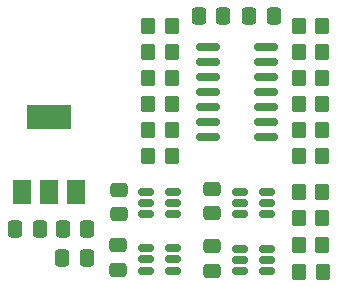
<source format=gbr>
%TF.GenerationSoftware,KiCad,Pcbnew,6.0.11+dfsg-1~bpo11+1*%
%TF.CreationDate,2023-04-06T13:38:35+02:00*%
%TF.ProjectId,aout-4_11,616f7574-2d34-45f3-9131-2e6b69636164,1.1*%
%TF.SameCoordinates,Original*%
%TF.FileFunction,Paste,Top*%
%TF.FilePolarity,Positive*%
%FSLAX46Y46*%
G04 Gerber Fmt 4.6, Leading zero omitted, Abs format (unit mm)*
G04 Created by KiCad (PCBNEW 6.0.11+dfsg-1~bpo11+1) date 2023-04-06 13:38:35*
%MOMM*%
%LPD*%
G01*
G04 APERTURE LIST*
G04 Aperture macros list*
%AMRoundRect*
0 Rectangle with rounded corners*
0 $1 Rounding radius*
0 $2 $3 $4 $5 $6 $7 $8 $9 X,Y pos of 4 corners*
0 Add a 4 corners polygon primitive as box body*
4,1,4,$2,$3,$4,$5,$6,$7,$8,$9,$2,$3,0*
0 Add four circle primitives for the rounded corners*
1,1,$1+$1,$2,$3*
1,1,$1+$1,$4,$5*
1,1,$1+$1,$6,$7*
1,1,$1+$1,$8,$9*
0 Add four rect primitives between the rounded corners*
20,1,$1+$1,$2,$3,$4,$5,0*
20,1,$1+$1,$4,$5,$6,$7,0*
20,1,$1+$1,$6,$7,$8,$9,0*
20,1,$1+$1,$8,$9,$2,$3,0*%
G04 Aperture macros list end*
%ADD10RoundRect,0.250000X-0.350000X-0.450000X0.350000X-0.450000X0.350000X0.450000X-0.350000X0.450000X0*%
%ADD11RoundRect,0.250000X0.350000X0.450000X-0.350000X0.450000X-0.350000X-0.450000X0.350000X-0.450000X0*%
%ADD12RoundRect,0.250000X0.337500X0.475000X-0.337500X0.475000X-0.337500X-0.475000X0.337500X-0.475000X0*%
%ADD13RoundRect,0.150000X-0.512500X-0.150000X0.512500X-0.150000X0.512500X0.150000X-0.512500X0.150000X0*%
%ADD14R,1.500000X2.000000*%
%ADD15R,3.800000X2.000000*%
%ADD16RoundRect,0.150000X-0.825000X-0.150000X0.825000X-0.150000X0.825000X0.150000X-0.825000X0.150000X0*%
%ADD17RoundRect,0.250000X0.475000X-0.337500X0.475000X0.337500X-0.475000X0.337500X-0.475000X-0.337500X0*%
G04 APERTURE END LIST*
D10*
%TO.C,R1*%
X156250000Y-107900000D03*
X158250000Y-107900000D03*
%TD*%
D11*
%TO.C,R11*%
X158250000Y-91600000D03*
X156250000Y-91600000D03*
%TD*%
D10*
%TO.C,R16*%
X156300000Y-110200000D03*
X158300000Y-110200000D03*
%TD*%
D12*
%TO.C,C6*%
X149870000Y-88500000D03*
X147795000Y-88500000D03*
%TD*%
D13*
%TO.C,U5*%
X143325000Y-108200000D03*
X143325000Y-109150000D03*
X143325000Y-110100000D03*
X145600000Y-110100000D03*
X145600000Y-109150000D03*
X145600000Y-108200000D03*
%TD*%
D11*
%TO.C,R10*%
X158250000Y-98200000D03*
X156250000Y-98200000D03*
%TD*%
D10*
%TO.C,R5*%
X143500000Y-98200000D03*
X145500000Y-98200000D03*
%TD*%
D11*
%TO.C,R12*%
X158250000Y-96000000D03*
X156250000Y-96000000D03*
%TD*%
D14*
%TO.C,U2*%
X132800000Y-103400000D03*
D15*
X135100000Y-97100000D03*
D14*
X135100000Y-103400000D03*
X137400000Y-103400000D03*
%TD*%
D16*
%TO.C,U4*%
X148525000Y-91190000D03*
X148525000Y-92460000D03*
X148525000Y-93730000D03*
X148525000Y-95000000D03*
X148525000Y-96270000D03*
X148525000Y-97540000D03*
X148525000Y-98810000D03*
X153475000Y-98810000D03*
X153475000Y-97540000D03*
X153475000Y-96270000D03*
X153475000Y-95000000D03*
X153475000Y-93730000D03*
X153475000Y-92460000D03*
X153475000Y-91190000D03*
%TD*%
D11*
%TO.C,R15*%
X158250000Y-89400000D03*
X156250000Y-89400000D03*
%TD*%
D10*
%TO.C,R3*%
X156250000Y-105650000D03*
X158250000Y-105650000D03*
%TD*%
D12*
%TO.C,C4*%
X134300000Y-106600000D03*
X132225000Y-106600000D03*
%TD*%
D17*
%TO.C,C3*%
X148900000Y-105225000D03*
X148900000Y-103150000D03*
%TD*%
D10*
%TO.C,R8*%
X143500000Y-89400000D03*
X145500000Y-89400000D03*
%TD*%
%TO.C,R9*%
X143500000Y-100400000D03*
X145500000Y-100400000D03*
%TD*%
%TO.C,R7*%
X143500000Y-96000000D03*
X145500000Y-96000000D03*
%TD*%
D11*
%TO.C,R14*%
X158250000Y-100400000D03*
X156250000Y-100400000D03*
%TD*%
D10*
%TO.C,R6*%
X143500000Y-93800000D03*
X145500000Y-93800000D03*
%TD*%
D17*
%TO.C,C10*%
X148900000Y-110100000D03*
X148900000Y-108025000D03*
%TD*%
D12*
%TO.C,C1*%
X138325000Y-106600000D03*
X136250000Y-106600000D03*
%TD*%
D10*
%TO.C,R2*%
X156250000Y-103450000D03*
X158250000Y-103450000D03*
%TD*%
D11*
%TO.C,R13*%
X158250000Y-93800000D03*
X156250000Y-93800000D03*
%TD*%
D13*
%TO.C,U1*%
X143325000Y-103400000D03*
X143325000Y-104350000D03*
X143325000Y-105300000D03*
X145600000Y-105300000D03*
X145600000Y-104350000D03*
X145600000Y-103400000D03*
%TD*%
D10*
%TO.C,R4*%
X143500000Y-91600000D03*
X145500000Y-91600000D03*
%TD*%
D12*
%TO.C,C7*%
X154135000Y-88520000D03*
X152060000Y-88520000D03*
%TD*%
%TO.C,C2*%
X138300000Y-109000000D03*
X136225000Y-109000000D03*
%TD*%
D13*
%TO.C,U3*%
X151312500Y-103400000D03*
X151312500Y-104350000D03*
X151312500Y-105300000D03*
X153587500Y-105300000D03*
X153587500Y-104350000D03*
X153587500Y-103400000D03*
%TD*%
D17*
%TO.C,C8*%
X141000000Y-105300000D03*
X141000000Y-103225000D03*
%TD*%
D13*
%TO.C,U6*%
X151312500Y-108250000D03*
X151312500Y-109200000D03*
X151312500Y-110150000D03*
X153587500Y-110150000D03*
X153587500Y-109200000D03*
X153587500Y-108250000D03*
%TD*%
D17*
%TO.C,C9*%
X140950000Y-110025000D03*
X140950000Y-107950000D03*
%TD*%
M02*

</source>
